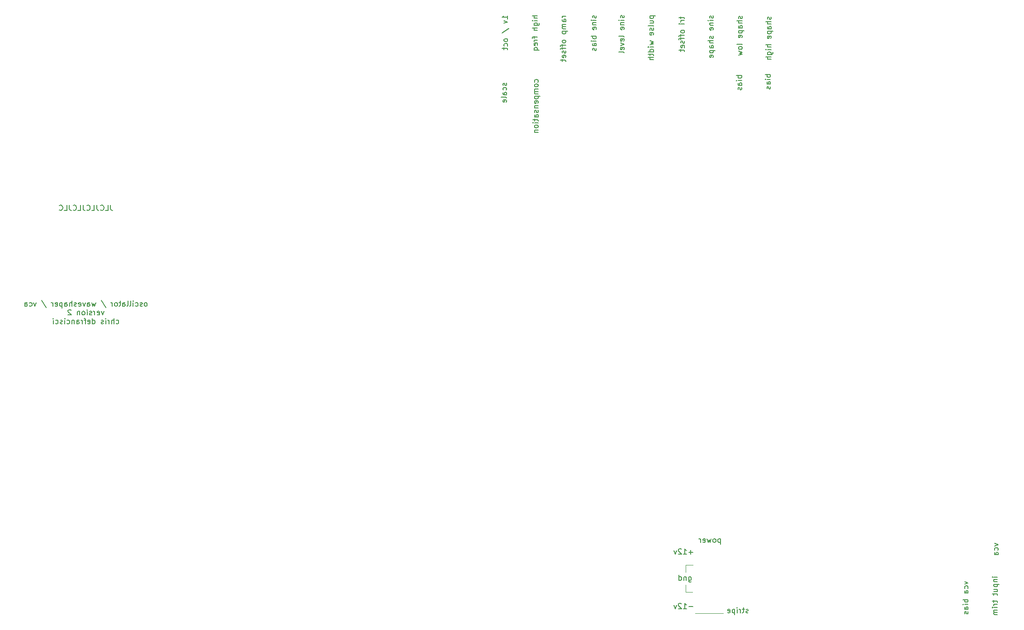
<source format=gbr>
%TF.GenerationSoftware,KiCad,Pcbnew,(5.1.7-0-10_14)*%
%TF.CreationDate,2021-04-20T14:35:29-04:00*%
%TF.ProjectId,Oscillator,4f736369-6c6c-4617-946f-722e6b696361,rev?*%
%TF.SameCoordinates,Original*%
%TF.FileFunction,Legend,Bot*%
%TF.FilePolarity,Positive*%
%FSLAX46Y46*%
G04 Gerber Fmt 4.6, Leading zero omitted, Abs format (unit mm)*
G04 Created by KiCad (PCBNEW (5.1.7-0-10_14)) date 2021-04-20 14:35:29*
%MOMM*%
%LPD*%
G01*
G04 APERTURE LIST*
%ADD10C,0.150000*%
%ADD11C,0.120000*%
G04 APERTURE END LIST*
D10*
X104135714Y-84952380D02*
X104230952Y-84904761D01*
X104278571Y-84857142D01*
X104326190Y-84761904D01*
X104326190Y-84476190D01*
X104278571Y-84380952D01*
X104230952Y-84333333D01*
X104135714Y-84285714D01*
X103992857Y-84285714D01*
X103897619Y-84333333D01*
X103850000Y-84380952D01*
X103802380Y-84476190D01*
X103802380Y-84761904D01*
X103850000Y-84857142D01*
X103897619Y-84904761D01*
X103992857Y-84952380D01*
X104135714Y-84952380D01*
X103421428Y-84904761D02*
X103326190Y-84952380D01*
X103135714Y-84952380D01*
X103040476Y-84904761D01*
X102992857Y-84809523D01*
X102992857Y-84761904D01*
X103040476Y-84666666D01*
X103135714Y-84619047D01*
X103278571Y-84619047D01*
X103373809Y-84571428D01*
X103421428Y-84476190D01*
X103421428Y-84428571D01*
X103373809Y-84333333D01*
X103278571Y-84285714D01*
X103135714Y-84285714D01*
X103040476Y-84333333D01*
X102135714Y-84904761D02*
X102230952Y-84952380D01*
X102421428Y-84952380D01*
X102516666Y-84904761D01*
X102564285Y-84857142D01*
X102611904Y-84761904D01*
X102611904Y-84476190D01*
X102564285Y-84380952D01*
X102516666Y-84333333D01*
X102421428Y-84285714D01*
X102230952Y-84285714D01*
X102135714Y-84333333D01*
X101707142Y-84952380D02*
X101707142Y-84285714D01*
X101707142Y-83952380D02*
X101754761Y-84000000D01*
X101707142Y-84047619D01*
X101659523Y-84000000D01*
X101707142Y-83952380D01*
X101707142Y-84047619D01*
X101088095Y-84952380D02*
X101183333Y-84904761D01*
X101230952Y-84809523D01*
X101230952Y-83952380D01*
X100564285Y-84952380D02*
X100659523Y-84904761D01*
X100707142Y-84809523D01*
X100707142Y-83952380D01*
X99754761Y-84952380D02*
X99754761Y-84428571D01*
X99802380Y-84333333D01*
X99897619Y-84285714D01*
X100088095Y-84285714D01*
X100183333Y-84333333D01*
X99754761Y-84904761D02*
X99850000Y-84952380D01*
X100088095Y-84952380D01*
X100183333Y-84904761D01*
X100230952Y-84809523D01*
X100230952Y-84714285D01*
X100183333Y-84619047D01*
X100088095Y-84571428D01*
X99850000Y-84571428D01*
X99754761Y-84523809D01*
X99421428Y-84285714D02*
X99040476Y-84285714D01*
X99278571Y-83952380D02*
X99278571Y-84809523D01*
X99230952Y-84904761D01*
X99135714Y-84952380D01*
X99040476Y-84952380D01*
X98564285Y-84952380D02*
X98659523Y-84904761D01*
X98707142Y-84857142D01*
X98754761Y-84761904D01*
X98754761Y-84476190D01*
X98707142Y-84380952D01*
X98659523Y-84333333D01*
X98564285Y-84285714D01*
X98421428Y-84285714D01*
X98326190Y-84333333D01*
X98278571Y-84380952D01*
X98230952Y-84476190D01*
X98230952Y-84761904D01*
X98278571Y-84857142D01*
X98326190Y-84904761D01*
X98421428Y-84952380D01*
X98564285Y-84952380D01*
X97802380Y-84952380D02*
X97802380Y-84285714D01*
X97802380Y-84476190D02*
X97754761Y-84380952D01*
X97707142Y-84333333D01*
X97611904Y-84285714D01*
X97516666Y-84285714D01*
X95707142Y-83904761D02*
X96564285Y-85190476D01*
X94707142Y-84285714D02*
X94516666Y-84952380D01*
X94326190Y-84476190D01*
X94135714Y-84952380D01*
X93945238Y-84285714D01*
X93135714Y-84952380D02*
X93135714Y-84428571D01*
X93183333Y-84333333D01*
X93278571Y-84285714D01*
X93469047Y-84285714D01*
X93564285Y-84333333D01*
X93135714Y-84904761D02*
X93230952Y-84952380D01*
X93469047Y-84952380D01*
X93564285Y-84904761D01*
X93611904Y-84809523D01*
X93611904Y-84714285D01*
X93564285Y-84619047D01*
X93469047Y-84571428D01*
X93230952Y-84571428D01*
X93135714Y-84523809D01*
X92754761Y-84285714D02*
X92516666Y-84952380D01*
X92278571Y-84285714D01*
X91516666Y-84904761D02*
X91611904Y-84952380D01*
X91802380Y-84952380D01*
X91897619Y-84904761D01*
X91945238Y-84809523D01*
X91945238Y-84428571D01*
X91897619Y-84333333D01*
X91802380Y-84285714D01*
X91611904Y-84285714D01*
X91516666Y-84333333D01*
X91469047Y-84428571D01*
X91469047Y-84523809D01*
X91945238Y-84619047D01*
X91088095Y-84904761D02*
X90992857Y-84952380D01*
X90802380Y-84952380D01*
X90707142Y-84904761D01*
X90659523Y-84809523D01*
X90659523Y-84761904D01*
X90707142Y-84666666D01*
X90802380Y-84619047D01*
X90945238Y-84619047D01*
X91040476Y-84571428D01*
X91088095Y-84476190D01*
X91088095Y-84428571D01*
X91040476Y-84333333D01*
X90945238Y-84285714D01*
X90802380Y-84285714D01*
X90707142Y-84333333D01*
X90230952Y-84952380D02*
X90230952Y-83952380D01*
X89802380Y-84952380D02*
X89802380Y-84428571D01*
X89850000Y-84333333D01*
X89945238Y-84285714D01*
X90088095Y-84285714D01*
X90183333Y-84333333D01*
X90230952Y-84380952D01*
X88897619Y-84952380D02*
X88897619Y-84428571D01*
X88945238Y-84333333D01*
X89040476Y-84285714D01*
X89230952Y-84285714D01*
X89326190Y-84333333D01*
X88897619Y-84904761D02*
X88992857Y-84952380D01*
X89230952Y-84952380D01*
X89326190Y-84904761D01*
X89373809Y-84809523D01*
X89373809Y-84714285D01*
X89326190Y-84619047D01*
X89230952Y-84571428D01*
X88992857Y-84571428D01*
X88897619Y-84523809D01*
X88421428Y-84285714D02*
X88421428Y-85285714D01*
X88421428Y-84333333D02*
X88326190Y-84285714D01*
X88135714Y-84285714D01*
X88040476Y-84333333D01*
X87992857Y-84380952D01*
X87945238Y-84476190D01*
X87945238Y-84761904D01*
X87992857Y-84857142D01*
X88040476Y-84904761D01*
X88135714Y-84952380D01*
X88326190Y-84952380D01*
X88421428Y-84904761D01*
X87135714Y-84904761D02*
X87230952Y-84952380D01*
X87421428Y-84952380D01*
X87516666Y-84904761D01*
X87564285Y-84809523D01*
X87564285Y-84428571D01*
X87516666Y-84333333D01*
X87421428Y-84285714D01*
X87230952Y-84285714D01*
X87135714Y-84333333D01*
X87088095Y-84428571D01*
X87088095Y-84523809D01*
X87564285Y-84619047D01*
X86659523Y-84952380D02*
X86659523Y-84285714D01*
X86659523Y-84476190D02*
X86611904Y-84380952D01*
X86564285Y-84333333D01*
X86469047Y-84285714D01*
X86373809Y-84285714D01*
X84564285Y-83904761D02*
X85421428Y-85190476D01*
X83564285Y-84285714D02*
X83326190Y-84952380D01*
X83088095Y-84285714D01*
X82278571Y-84904761D02*
X82373809Y-84952380D01*
X82564285Y-84952380D01*
X82659523Y-84904761D01*
X82707142Y-84857142D01*
X82754761Y-84761904D01*
X82754761Y-84476190D01*
X82707142Y-84380952D01*
X82659523Y-84333333D01*
X82564285Y-84285714D01*
X82373809Y-84285714D01*
X82278571Y-84333333D01*
X81421428Y-84952380D02*
X81421428Y-84428571D01*
X81469047Y-84333333D01*
X81564285Y-84285714D01*
X81754761Y-84285714D01*
X81850000Y-84333333D01*
X81421428Y-84904761D02*
X81516666Y-84952380D01*
X81754761Y-84952380D01*
X81850000Y-84904761D01*
X81897619Y-84809523D01*
X81897619Y-84714285D01*
X81850000Y-84619047D01*
X81754761Y-84571428D01*
X81516666Y-84571428D01*
X81421428Y-84523809D01*
X96230952Y-85935714D02*
X95992857Y-86602380D01*
X95754761Y-85935714D01*
X94992857Y-86554761D02*
X95088095Y-86602380D01*
X95278571Y-86602380D01*
X95373809Y-86554761D01*
X95421428Y-86459523D01*
X95421428Y-86078571D01*
X95373809Y-85983333D01*
X95278571Y-85935714D01*
X95088095Y-85935714D01*
X94992857Y-85983333D01*
X94945238Y-86078571D01*
X94945238Y-86173809D01*
X95421428Y-86269047D01*
X94516666Y-86602380D02*
X94516666Y-85935714D01*
X94516666Y-86126190D02*
X94469047Y-86030952D01*
X94421428Y-85983333D01*
X94326190Y-85935714D01*
X94230952Y-85935714D01*
X93945238Y-86554761D02*
X93850000Y-86602380D01*
X93659523Y-86602380D01*
X93564285Y-86554761D01*
X93516666Y-86459523D01*
X93516666Y-86411904D01*
X93564285Y-86316666D01*
X93659523Y-86269047D01*
X93802380Y-86269047D01*
X93897619Y-86221428D01*
X93945238Y-86126190D01*
X93945238Y-86078571D01*
X93897619Y-85983333D01*
X93802380Y-85935714D01*
X93659523Y-85935714D01*
X93564285Y-85983333D01*
X93088095Y-86602380D02*
X93088095Y-85935714D01*
X93088095Y-85602380D02*
X93135714Y-85650000D01*
X93088095Y-85697619D01*
X93040476Y-85650000D01*
X93088095Y-85602380D01*
X93088095Y-85697619D01*
X92469047Y-86602380D02*
X92564285Y-86554761D01*
X92611904Y-86507142D01*
X92659523Y-86411904D01*
X92659523Y-86126190D01*
X92611904Y-86030952D01*
X92564285Y-85983333D01*
X92469047Y-85935714D01*
X92326190Y-85935714D01*
X92230952Y-85983333D01*
X92183333Y-86030952D01*
X92135714Y-86126190D01*
X92135714Y-86411904D01*
X92183333Y-86507142D01*
X92230952Y-86554761D01*
X92326190Y-86602380D01*
X92469047Y-86602380D01*
X91707142Y-85935714D02*
X91707142Y-86602380D01*
X91707142Y-86030952D02*
X91659523Y-85983333D01*
X91564285Y-85935714D01*
X91421428Y-85935714D01*
X91326190Y-85983333D01*
X91278571Y-86078571D01*
X91278571Y-86602380D01*
X90088095Y-85697619D02*
X90040476Y-85650000D01*
X89945238Y-85602380D01*
X89707142Y-85602380D01*
X89611904Y-85650000D01*
X89564285Y-85697619D01*
X89516666Y-85792857D01*
X89516666Y-85888095D01*
X89564285Y-86030952D01*
X90135714Y-86602380D01*
X89516666Y-86602380D01*
X98516666Y-88204761D02*
X98611904Y-88252380D01*
X98802380Y-88252380D01*
X98897619Y-88204761D01*
X98945238Y-88157142D01*
X98992857Y-88061904D01*
X98992857Y-87776190D01*
X98945238Y-87680952D01*
X98897619Y-87633333D01*
X98802380Y-87585714D01*
X98611904Y-87585714D01*
X98516666Y-87633333D01*
X98088095Y-88252380D02*
X98088095Y-87252380D01*
X97659523Y-88252380D02*
X97659523Y-87728571D01*
X97707142Y-87633333D01*
X97802380Y-87585714D01*
X97945238Y-87585714D01*
X98040476Y-87633333D01*
X98088095Y-87680952D01*
X97183333Y-88252380D02*
X97183333Y-87585714D01*
X97183333Y-87776190D02*
X97135714Y-87680952D01*
X97088095Y-87633333D01*
X96992857Y-87585714D01*
X96897619Y-87585714D01*
X96564285Y-88252380D02*
X96564285Y-87585714D01*
X96564285Y-87252380D02*
X96611904Y-87300000D01*
X96564285Y-87347619D01*
X96516666Y-87300000D01*
X96564285Y-87252380D01*
X96564285Y-87347619D01*
X96135714Y-88204761D02*
X96040476Y-88252380D01*
X95850000Y-88252380D01*
X95754761Y-88204761D01*
X95707142Y-88109523D01*
X95707142Y-88061904D01*
X95754761Y-87966666D01*
X95850000Y-87919047D01*
X95992857Y-87919047D01*
X96088095Y-87871428D01*
X96135714Y-87776190D01*
X96135714Y-87728571D01*
X96088095Y-87633333D01*
X95992857Y-87585714D01*
X95850000Y-87585714D01*
X95754761Y-87633333D01*
X94088095Y-88252380D02*
X94088095Y-87252380D01*
X94088095Y-88204761D02*
X94183333Y-88252380D01*
X94373809Y-88252380D01*
X94469047Y-88204761D01*
X94516666Y-88157142D01*
X94564285Y-88061904D01*
X94564285Y-87776190D01*
X94516666Y-87680952D01*
X94469047Y-87633333D01*
X94373809Y-87585714D01*
X94183333Y-87585714D01*
X94088095Y-87633333D01*
X93230952Y-88204761D02*
X93326190Y-88252380D01*
X93516666Y-88252380D01*
X93611904Y-88204761D01*
X93659523Y-88109523D01*
X93659523Y-87728571D01*
X93611904Y-87633333D01*
X93516666Y-87585714D01*
X93326190Y-87585714D01*
X93230952Y-87633333D01*
X93183333Y-87728571D01*
X93183333Y-87823809D01*
X93659523Y-87919047D01*
X92897619Y-87585714D02*
X92516666Y-87585714D01*
X92754761Y-88252380D02*
X92754761Y-87395238D01*
X92707142Y-87300000D01*
X92611904Y-87252380D01*
X92516666Y-87252380D01*
X92183333Y-88252380D02*
X92183333Y-87585714D01*
X92183333Y-87776190D02*
X92135714Y-87680952D01*
X92088095Y-87633333D01*
X91992857Y-87585714D01*
X91897619Y-87585714D01*
X91135714Y-88252380D02*
X91135714Y-87728571D01*
X91183333Y-87633333D01*
X91278571Y-87585714D01*
X91469047Y-87585714D01*
X91564285Y-87633333D01*
X91135714Y-88204761D02*
X91230952Y-88252380D01*
X91469047Y-88252380D01*
X91564285Y-88204761D01*
X91611904Y-88109523D01*
X91611904Y-88014285D01*
X91564285Y-87919047D01*
X91469047Y-87871428D01*
X91230952Y-87871428D01*
X91135714Y-87823809D01*
X90659523Y-87585714D02*
X90659523Y-88252380D01*
X90659523Y-87680952D02*
X90611904Y-87633333D01*
X90516666Y-87585714D01*
X90373809Y-87585714D01*
X90278571Y-87633333D01*
X90230952Y-87728571D01*
X90230952Y-88252380D01*
X89326190Y-88204761D02*
X89421428Y-88252380D01*
X89611904Y-88252380D01*
X89707142Y-88204761D01*
X89754761Y-88157142D01*
X89802380Y-88061904D01*
X89802380Y-87776190D01*
X89754761Y-87680952D01*
X89707142Y-87633333D01*
X89611904Y-87585714D01*
X89421428Y-87585714D01*
X89326190Y-87633333D01*
X88897619Y-88252380D02*
X88897619Y-87585714D01*
X88897619Y-87252380D02*
X88945238Y-87300000D01*
X88897619Y-87347619D01*
X88850000Y-87300000D01*
X88897619Y-87252380D01*
X88897619Y-87347619D01*
X88469047Y-88204761D02*
X88373809Y-88252380D01*
X88183333Y-88252380D01*
X88088095Y-88204761D01*
X88040476Y-88109523D01*
X88040476Y-88061904D01*
X88088095Y-87966666D01*
X88183333Y-87919047D01*
X88326190Y-87919047D01*
X88421428Y-87871428D01*
X88469047Y-87776190D01*
X88469047Y-87728571D01*
X88421428Y-87633333D01*
X88326190Y-87585714D01*
X88183333Y-87585714D01*
X88088095Y-87633333D01*
X87183333Y-88204761D02*
X87278571Y-88252380D01*
X87469047Y-88252380D01*
X87564285Y-88204761D01*
X87611904Y-88157142D01*
X87659523Y-88061904D01*
X87659523Y-87776190D01*
X87611904Y-87680952D01*
X87564285Y-87633333D01*
X87469047Y-87585714D01*
X87278571Y-87585714D01*
X87183333Y-87633333D01*
X86754761Y-88252380D02*
X86754761Y-87585714D01*
X86754761Y-87252380D02*
X86802380Y-87300000D01*
X86754761Y-87347619D01*
X86707142Y-87300000D01*
X86754761Y-87252380D01*
X86754761Y-87347619D01*
X97469047Y-66002380D02*
X97469047Y-66716666D01*
X97516666Y-66859523D01*
X97611904Y-66954761D01*
X97754761Y-67002380D01*
X97850000Y-67002380D01*
X96516666Y-67002380D02*
X96992857Y-67002380D01*
X96992857Y-66002380D01*
X95611904Y-66907142D02*
X95659523Y-66954761D01*
X95802380Y-67002380D01*
X95897619Y-67002380D01*
X96040476Y-66954761D01*
X96135714Y-66859523D01*
X96183333Y-66764285D01*
X96230952Y-66573809D01*
X96230952Y-66430952D01*
X96183333Y-66240476D01*
X96135714Y-66145238D01*
X96040476Y-66050000D01*
X95897619Y-66002380D01*
X95802380Y-66002380D01*
X95659523Y-66050000D01*
X95611904Y-66097619D01*
X94897619Y-66002380D02*
X94897619Y-66716666D01*
X94945238Y-66859523D01*
X95040476Y-66954761D01*
X95183333Y-67002380D01*
X95278571Y-67002380D01*
X93945238Y-67002380D02*
X94421428Y-67002380D01*
X94421428Y-66002380D01*
X93040476Y-66907142D02*
X93088095Y-66954761D01*
X93230952Y-67002380D01*
X93326190Y-67002380D01*
X93469047Y-66954761D01*
X93564285Y-66859523D01*
X93611904Y-66764285D01*
X93659523Y-66573809D01*
X93659523Y-66430952D01*
X93611904Y-66240476D01*
X93564285Y-66145238D01*
X93469047Y-66050000D01*
X93326190Y-66002380D01*
X93230952Y-66002380D01*
X93088095Y-66050000D01*
X93040476Y-66097619D01*
X92326190Y-66002380D02*
X92326190Y-66716666D01*
X92373809Y-66859523D01*
X92469047Y-66954761D01*
X92611904Y-67002380D01*
X92707142Y-67002380D01*
X91373809Y-67002380D02*
X91850000Y-67002380D01*
X91850000Y-66002380D01*
X90469047Y-66907142D02*
X90516666Y-66954761D01*
X90659523Y-67002380D01*
X90754761Y-67002380D01*
X90897619Y-66954761D01*
X90992857Y-66859523D01*
X91040476Y-66764285D01*
X91088095Y-66573809D01*
X91088095Y-66430952D01*
X91040476Y-66240476D01*
X90992857Y-66145238D01*
X90897619Y-66050000D01*
X90754761Y-66002380D01*
X90659523Y-66002380D01*
X90516666Y-66050000D01*
X90469047Y-66097619D01*
X89754761Y-66002380D02*
X89754761Y-66716666D01*
X89802380Y-66859523D01*
X89897619Y-66954761D01*
X90040476Y-67002380D01*
X90135714Y-67002380D01*
X88802380Y-67002380D02*
X89278571Y-67002380D01*
X89278571Y-66002380D01*
X87897619Y-66907142D02*
X87945238Y-66954761D01*
X88088095Y-67002380D01*
X88183333Y-67002380D01*
X88326190Y-66954761D01*
X88421428Y-66859523D01*
X88469047Y-66764285D01*
X88516666Y-66573809D01*
X88516666Y-66430952D01*
X88469047Y-66240476D01*
X88421428Y-66145238D01*
X88326190Y-66050000D01*
X88183333Y-66002380D01*
X88088095Y-66002380D01*
X87945238Y-66050000D01*
X87897619Y-66097619D01*
X262935714Y-129430952D02*
X263602380Y-129669047D01*
X262935714Y-129907142D01*
X263554761Y-130716666D02*
X263602380Y-130621428D01*
X263602380Y-130430952D01*
X263554761Y-130335714D01*
X263507142Y-130288095D01*
X263411904Y-130240476D01*
X263126190Y-130240476D01*
X263030952Y-130288095D01*
X262983333Y-130335714D01*
X262935714Y-130430952D01*
X262935714Y-130621428D01*
X262983333Y-130716666D01*
X263602380Y-131573809D02*
X263078571Y-131573809D01*
X262983333Y-131526190D01*
X262935714Y-131430952D01*
X262935714Y-131240476D01*
X262983333Y-131145238D01*
X263554761Y-131573809D02*
X263602380Y-131478571D01*
X263602380Y-131240476D01*
X263554761Y-131145238D01*
X263459523Y-131097619D01*
X263364285Y-131097619D01*
X263269047Y-131145238D01*
X263221428Y-131240476D01*
X263221428Y-131478571D01*
X263173809Y-131573809D01*
X263502380Y-135726190D02*
X262835714Y-135726190D01*
X262502380Y-135726190D02*
X262550000Y-135678571D01*
X262597619Y-135726190D01*
X262550000Y-135773809D01*
X262502380Y-135726190D01*
X262597619Y-135726190D01*
X262835714Y-136202380D02*
X263502380Y-136202380D01*
X262930952Y-136202380D02*
X262883333Y-136250000D01*
X262835714Y-136345238D01*
X262835714Y-136488095D01*
X262883333Y-136583333D01*
X262978571Y-136630952D01*
X263502380Y-136630952D01*
X262835714Y-137107142D02*
X263835714Y-137107142D01*
X262883333Y-137107142D02*
X262835714Y-137202380D01*
X262835714Y-137392857D01*
X262883333Y-137488095D01*
X262930952Y-137535714D01*
X263026190Y-137583333D01*
X263311904Y-137583333D01*
X263407142Y-137535714D01*
X263454761Y-137488095D01*
X263502380Y-137392857D01*
X263502380Y-137202380D01*
X263454761Y-137107142D01*
X262835714Y-138440476D02*
X263502380Y-138440476D01*
X262835714Y-138011904D02*
X263359523Y-138011904D01*
X263454761Y-138059523D01*
X263502380Y-138154761D01*
X263502380Y-138297619D01*
X263454761Y-138392857D01*
X263407142Y-138440476D01*
X262835714Y-138773809D02*
X262835714Y-139154761D01*
X262502380Y-138916666D02*
X263359523Y-138916666D01*
X263454761Y-138964285D01*
X263502380Y-139059523D01*
X263502380Y-139154761D01*
X262835714Y-140107142D02*
X262835714Y-140488095D01*
X262502380Y-140250000D02*
X263359523Y-140250000D01*
X263454761Y-140297619D01*
X263502380Y-140392857D01*
X263502380Y-140488095D01*
X263502380Y-140821428D02*
X262835714Y-140821428D01*
X263026190Y-140821428D02*
X262930952Y-140869047D01*
X262883333Y-140916666D01*
X262835714Y-141011904D01*
X262835714Y-141107142D01*
X263502380Y-141440476D02*
X262835714Y-141440476D01*
X262502380Y-141440476D02*
X262550000Y-141392857D01*
X262597619Y-141440476D01*
X262550000Y-141488095D01*
X262502380Y-141440476D01*
X262597619Y-141440476D01*
X263502380Y-141916666D02*
X262835714Y-141916666D01*
X262930952Y-141916666D02*
X262883333Y-141964285D01*
X262835714Y-142059523D01*
X262835714Y-142202380D01*
X262883333Y-142297619D01*
X262978571Y-142345238D01*
X263502380Y-142345238D01*
X262978571Y-142345238D02*
X262883333Y-142392857D01*
X262835714Y-142488095D01*
X262835714Y-142630952D01*
X262883333Y-142726190D01*
X262978571Y-142773809D01*
X263502380Y-142773809D01*
X257335714Y-136602380D02*
X258002380Y-136840476D01*
X257335714Y-137078571D01*
X257954761Y-137888095D02*
X258002380Y-137792857D01*
X258002380Y-137602380D01*
X257954761Y-137507142D01*
X257907142Y-137459523D01*
X257811904Y-137411904D01*
X257526190Y-137411904D01*
X257430952Y-137459523D01*
X257383333Y-137507142D01*
X257335714Y-137602380D01*
X257335714Y-137792857D01*
X257383333Y-137888095D01*
X258002380Y-138745238D02*
X257478571Y-138745238D01*
X257383333Y-138697619D01*
X257335714Y-138602380D01*
X257335714Y-138411904D01*
X257383333Y-138316666D01*
X257954761Y-138745238D02*
X258002380Y-138650000D01*
X258002380Y-138411904D01*
X257954761Y-138316666D01*
X257859523Y-138269047D01*
X257764285Y-138269047D01*
X257669047Y-138316666D01*
X257621428Y-138411904D01*
X257621428Y-138650000D01*
X257573809Y-138745238D01*
X258002380Y-139983333D02*
X257002380Y-139983333D01*
X257383333Y-139983333D02*
X257335714Y-140078571D01*
X257335714Y-140269047D01*
X257383333Y-140364285D01*
X257430952Y-140411904D01*
X257526190Y-140459523D01*
X257811904Y-140459523D01*
X257907142Y-140411904D01*
X257954761Y-140364285D01*
X258002380Y-140269047D01*
X258002380Y-140078571D01*
X257954761Y-139983333D01*
X258002380Y-140888095D02*
X257335714Y-140888095D01*
X257002380Y-140888095D02*
X257050000Y-140840476D01*
X257097619Y-140888095D01*
X257050000Y-140935714D01*
X257002380Y-140888095D01*
X257097619Y-140888095D01*
X258002380Y-141792857D02*
X257478571Y-141792857D01*
X257383333Y-141745238D01*
X257335714Y-141650000D01*
X257335714Y-141459523D01*
X257383333Y-141364285D01*
X257954761Y-141792857D02*
X258002380Y-141697619D01*
X258002380Y-141459523D01*
X257954761Y-141364285D01*
X257859523Y-141316666D01*
X257764285Y-141316666D01*
X257669047Y-141364285D01*
X257621428Y-141459523D01*
X257621428Y-141697619D01*
X257573809Y-141792857D01*
X257954761Y-142221428D02*
X258002380Y-142316666D01*
X258002380Y-142507142D01*
X257954761Y-142602380D01*
X257859523Y-142650000D01*
X257811904Y-142650000D01*
X257716666Y-142602380D01*
X257669047Y-142507142D01*
X257669047Y-142364285D01*
X257621428Y-142269047D01*
X257526190Y-142221428D01*
X257478571Y-142221428D01*
X257383333Y-142269047D01*
X257335714Y-142364285D01*
X257335714Y-142507142D01*
X257383333Y-142602380D01*
X171554761Y-43164285D02*
X171602380Y-43259523D01*
X171602380Y-43450000D01*
X171554761Y-43545238D01*
X171459523Y-43592857D01*
X171411904Y-43592857D01*
X171316666Y-43545238D01*
X171269047Y-43450000D01*
X171269047Y-43307142D01*
X171221428Y-43211904D01*
X171126190Y-43164285D01*
X171078571Y-43164285D01*
X170983333Y-43211904D01*
X170935714Y-43307142D01*
X170935714Y-43450000D01*
X170983333Y-43545238D01*
X171554761Y-44450000D02*
X171602380Y-44354761D01*
X171602380Y-44164285D01*
X171554761Y-44069047D01*
X171507142Y-44021428D01*
X171411904Y-43973809D01*
X171126190Y-43973809D01*
X171030952Y-44021428D01*
X170983333Y-44069047D01*
X170935714Y-44164285D01*
X170935714Y-44354761D01*
X170983333Y-44450000D01*
X171602380Y-45307142D02*
X171078571Y-45307142D01*
X170983333Y-45259523D01*
X170935714Y-45164285D01*
X170935714Y-44973809D01*
X170983333Y-44878571D01*
X171554761Y-45307142D02*
X171602380Y-45211904D01*
X171602380Y-44973809D01*
X171554761Y-44878571D01*
X171459523Y-44830952D01*
X171364285Y-44830952D01*
X171269047Y-44878571D01*
X171221428Y-44973809D01*
X171221428Y-45211904D01*
X171173809Y-45307142D01*
X171602380Y-45926190D02*
X171554761Y-45830952D01*
X171459523Y-45783333D01*
X170602380Y-45783333D01*
X171554761Y-46688095D02*
X171602380Y-46592857D01*
X171602380Y-46402380D01*
X171554761Y-46307142D01*
X171459523Y-46259523D01*
X171078571Y-46259523D01*
X170983333Y-46307142D01*
X170935714Y-46402380D01*
X170935714Y-46592857D01*
X170983333Y-46688095D01*
X171078571Y-46735714D01*
X171173809Y-46735714D01*
X171269047Y-46259523D01*
X171802380Y-31102380D02*
X171802380Y-30530952D01*
X171802380Y-30816666D02*
X170802380Y-30816666D01*
X170945238Y-30721428D01*
X171040476Y-30626190D01*
X171088095Y-30530952D01*
X171135714Y-31435714D02*
X171802380Y-31673809D01*
X171135714Y-31911904D01*
X170754761Y-33769047D02*
X172040476Y-32911904D01*
X171802380Y-35007142D02*
X171754761Y-34911904D01*
X171707142Y-34864285D01*
X171611904Y-34816666D01*
X171326190Y-34816666D01*
X171230952Y-34864285D01*
X171183333Y-34911904D01*
X171135714Y-35007142D01*
X171135714Y-35150000D01*
X171183333Y-35245238D01*
X171230952Y-35292857D01*
X171326190Y-35340476D01*
X171611904Y-35340476D01*
X171707142Y-35292857D01*
X171754761Y-35245238D01*
X171802380Y-35150000D01*
X171802380Y-35007142D01*
X171754761Y-36197619D02*
X171802380Y-36102380D01*
X171802380Y-35911904D01*
X171754761Y-35816666D01*
X171707142Y-35769047D01*
X171611904Y-35721428D01*
X171326190Y-35721428D01*
X171230952Y-35769047D01*
X171183333Y-35816666D01*
X171135714Y-35911904D01*
X171135714Y-36102380D01*
X171183333Y-36197619D01*
X171135714Y-36483333D02*
X171135714Y-36864285D01*
X170802380Y-36626190D02*
X171659523Y-36626190D01*
X171754761Y-36673809D01*
X171802380Y-36769047D01*
X171802380Y-36864285D01*
X177454761Y-42950000D02*
X177502380Y-42854761D01*
X177502380Y-42664285D01*
X177454761Y-42569047D01*
X177407142Y-42521428D01*
X177311904Y-42473809D01*
X177026190Y-42473809D01*
X176930952Y-42521428D01*
X176883333Y-42569047D01*
X176835714Y-42664285D01*
X176835714Y-42854761D01*
X176883333Y-42950000D01*
X177502380Y-43521428D02*
X177454761Y-43426190D01*
X177407142Y-43378571D01*
X177311904Y-43330952D01*
X177026190Y-43330952D01*
X176930952Y-43378571D01*
X176883333Y-43426190D01*
X176835714Y-43521428D01*
X176835714Y-43664285D01*
X176883333Y-43759523D01*
X176930952Y-43807142D01*
X177026190Y-43854761D01*
X177311904Y-43854761D01*
X177407142Y-43807142D01*
X177454761Y-43759523D01*
X177502380Y-43664285D01*
X177502380Y-43521428D01*
X177502380Y-44283333D02*
X176835714Y-44283333D01*
X176930952Y-44283333D02*
X176883333Y-44330952D01*
X176835714Y-44426190D01*
X176835714Y-44569047D01*
X176883333Y-44664285D01*
X176978571Y-44711904D01*
X177502380Y-44711904D01*
X176978571Y-44711904D02*
X176883333Y-44759523D01*
X176835714Y-44854761D01*
X176835714Y-44997619D01*
X176883333Y-45092857D01*
X176978571Y-45140476D01*
X177502380Y-45140476D01*
X176835714Y-45616666D02*
X177835714Y-45616666D01*
X176883333Y-45616666D02*
X176835714Y-45711904D01*
X176835714Y-45902380D01*
X176883333Y-45997619D01*
X176930952Y-46045238D01*
X177026190Y-46092857D01*
X177311904Y-46092857D01*
X177407142Y-46045238D01*
X177454761Y-45997619D01*
X177502380Y-45902380D01*
X177502380Y-45711904D01*
X177454761Y-45616666D01*
X177454761Y-46902380D02*
X177502380Y-46807142D01*
X177502380Y-46616666D01*
X177454761Y-46521428D01*
X177359523Y-46473809D01*
X176978571Y-46473809D01*
X176883333Y-46521428D01*
X176835714Y-46616666D01*
X176835714Y-46807142D01*
X176883333Y-46902380D01*
X176978571Y-46950000D01*
X177073809Y-46950000D01*
X177169047Y-46473809D01*
X176835714Y-47378571D02*
X177502380Y-47378571D01*
X176930952Y-47378571D02*
X176883333Y-47426190D01*
X176835714Y-47521428D01*
X176835714Y-47664285D01*
X176883333Y-47759523D01*
X176978571Y-47807142D01*
X177502380Y-47807142D01*
X177454761Y-48235714D02*
X177502380Y-48330952D01*
X177502380Y-48521428D01*
X177454761Y-48616666D01*
X177359523Y-48664285D01*
X177311904Y-48664285D01*
X177216666Y-48616666D01*
X177169047Y-48521428D01*
X177169047Y-48378571D01*
X177121428Y-48283333D01*
X177026190Y-48235714D01*
X176978571Y-48235714D01*
X176883333Y-48283333D01*
X176835714Y-48378571D01*
X176835714Y-48521428D01*
X176883333Y-48616666D01*
X177502380Y-49521428D02*
X176978571Y-49521428D01*
X176883333Y-49473809D01*
X176835714Y-49378571D01*
X176835714Y-49188095D01*
X176883333Y-49092857D01*
X177454761Y-49521428D02*
X177502380Y-49426190D01*
X177502380Y-49188095D01*
X177454761Y-49092857D01*
X177359523Y-49045238D01*
X177264285Y-49045238D01*
X177169047Y-49092857D01*
X177121428Y-49188095D01*
X177121428Y-49426190D01*
X177073809Y-49521428D01*
X176835714Y-49854761D02*
X176835714Y-50235714D01*
X176502380Y-49997619D02*
X177359523Y-49997619D01*
X177454761Y-50045238D01*
X177502380Y-50140476D01*
X177502380Y-50235714D01*
X177502380Y-50569047D02*
X176835714Y-50569047D01*
X176502380Y-50569047D02*
X176550000Y-50521428D01*
X176597619Y-50569047D01*
X176550000Y-50616666D01*
X176502380Y-50569047D01*
X176597619Y-50569047D01*
X177502380Y-51188095D02*
X177454761Y-51092857D01*
X177407142Y-51045238D01*
X177311904Y-50997619D01*
X177026190Y-50997619D01*
X176930952Y-51045238D01*
X176883333Y-51092857D01*
X176835714Y-51188095D01*
X176835714Y-51330952D01*
X176883333Y-51426190D01*
X176930952Y-51473809D01*
X177026190Y-51521428D01*
X177311904Y-51521428D01*
X177407142Y-51473809D01*
X177454761Y-51426190D01*
X177502380Y-51330952D01*
X177502380Y-51188095D01*
X176835714Y-51950000D02*
X177502380Y-51950000D01*
X176930952Y-51950000D02*
X176883333Y-51997619D01*
X176835714Y-52092857D01*
X176835714Y-52235714D01*
X176883333Y-52330952D01*
X176978571Y-52378571D01*
X177502380Y-52378571D01*
X177402380Y-30535714D02*
X176402380Y-30535714D01*
X177402380Y-30964285D02*
X176878571Y-30964285D01*
X176783333Y-30916666D01*
X176735714Y-30821428D01*
X176735714Y-30678571D01*
X176783333Y-30583333D01*
X176830952Y-30535714D01*
X177402380Y-31440476D02*
X176735714Y-31440476D01*
X176402380Y-31440476D02*
X176450000Y-31392857D01*
X176497619Y-31440476D01*
X176450000Y-31488095D01*
X176402380Y-31440476D01*
X176497619Y-31440476D01*
X176735714Y-32345238D02*
X177545238Y-32345238D01*
X177640476Y-32297619D01*
X177688095Y-32250000D01*
X177735714Y-32154761D01*
X177735714Y-32011904D01*
X177688095Y-31916666D01*
X177354761Y-32345238D02*
X177402380Y-32250000D01*
X177402380Y-32059523D01*
X177354761Y-31964285D01*
X177307142Y-31916666D01*
X177211904Y-31869047D01*
X176926190Y-31869047D01*
X176830952Y-31916666D01*
X176783333Y-31964285D01*
X176735714Y-32059523D01*
X176735714Y-32250000D01*
X176783333Y-32345238D01*
X177402380Y-32821428D02*
X176402380Y-32821428D01*
X177402380Y-33250000D02*
X176878571Y-33250000D01*
X176783333Y-33202380D01*
X176735714Y-33107142D01*
X176735714Y-32964285D01*
X176783333Y-32869047D01*
X176830952Y-32821428D01*
X176735714Y-34345238D02*
X176735714Y-34726190D01*
X177402380Y-34488095D02*
X176545238Y-34488095D01*
X176450000Y-34535714D01*
X176402380Y-34630952D01*
X176402380Y-34726190D01*
X177402380Y-35059523D02*
X176735714Y-35059523D01*
X176926190Y-35059523D02*
X176830952Y-35107142D01*
X176783333Y-35154761D01*
X176735714Y-35250000D01*
X176735714Y-35345238D01*
X177354761Y-36059523D02*
X177402380Y-35964285D01*
X177402380Y-35773809D01*
X177354761Y-35678571D01*
X177259523Y-35630952D01*
X176878571Y-35630952D01*
X176783333Y-35678571D01*
X176735714Y-35773809D01*
X176735714Y-35964285D01*
X176783333Y-36059523D01*
X176878571Y-36107142D01*
X176973809Y-36107142D01*
X177069047Y-35630952D01*
X176735714Y-36964285D02*
X177735714Y-36964285D01*
X177354761Y-36964285D02*
X177402380Y-36869047D01*
X177402380Y-36678571D01*
X177354761Y-36583333D01*
X177307142Y-36535714D01*
X177211904Y-36488095D01*
X176926190Y-36488095D01*
X176830952Y-36535714D01*
X176783333Y-36583333D01*
X176735714Y-36678571D01*
X176735714Y-36869047D01*
X176783333Y-36964285D01*
X182702380Y-30583333D02*
X182035714Y-30583333D01*
X182226190Y-30583333D02*
X182130952Y-30630952D01*
X182083333Y-30678571D01*
X182035714Y-30773809D01*
X182035714Y-30869047D01*
X182702380Y-31630952D02*
X182178571Y-31630952D01*
X182083333Y-31583333D01*
X182035714Y-31488095D01*
X182035714Y-31297619D01*
X182083333Y-31202380D01*
X182654761Y-31630952D02*
X182702380Y-31535714D01*
X182702380Y-31297619D01*
X182654761Y-31202380D01*
X182559523Y-31154761D01*
X182464285Y-31154761D01*
X182369047Y-31202380D01*
X182321428Y-31297619D01*
X182321428Y-31535714D01*
X182273809Y-31630952D01*
X182702380Y-32107142D02*
X182035714Y-32107142D01*
X182130952Y-32107142D02*
X182083333Y-32154761D01*
X182035714Y-32250000D01*
X182035714Y-32392857D01*
X182083333Y-32488095D01*
X182178571Y-32535714D01*
X182702380Y-32535714D01*
X182178571Y-32535714D02*
X182083333Y-32583333D01*
X182035714Y-32678571D01*
X182035714Y-32821428D01*
X182083333Y-32916666D01*
X182178571Y-32964285D01*
X182702380Y-32964285D01*
X182035714Y-33440476D02*
X183035714Y-33440476D01*
X182083333Y-33440476D02*
X182035714Y-33535714D01*
X182035714Y-33726190D01*
X182083333Y-33821428D01*
X182130952Y-33869047D01*
X182226190Y-33916666D01*
X182511904Y-33916666D01*
X182607142Y-33869047D01*
X182654761Y-33821428D01*
X182702380Y-33726190D01*
X182702380Y-33535714D01*
X182654761Y-33440476D01*
X182702380Y-35250000D02*
X182654761Y-35154761D01*
X182607142Y-35107142D01*
X182511904Y-35059523D01*
X182226190Y-35059523D01*
X182130952Y-35107142D01*
X182083333Y-35154761D01*
X182035714Y-35250000D01*
X182035714Y-35392857D01*
X182083333Y-35488095D01*
X182130952Y-35535714D01*
X182226190Y-35583333D01*
X182511904Y-35583333D01*
X182607142Y-35535714D01*
X182654761Y-35488095D01*
X182702380Y-35392857D01*
X182702380Y-35250000D01*
X182035714Y-35869047D02*
X182035714Y-36250000D01*
X182702380Y-36011904D02*
X181845238Y-36011904D01*
X181750000Y-36059523D01*
X181702380Y-36154761D01*
X181702380Y-36250000D01*
X182035714Y-36440476D02*
X182035714Y-36821428D01*
X182702380Y-36583333D02*
X181845238Y-36583333D01*
X181750000Y-36630952D01*
X181702380Y-36726190D01*
X181702380Y-36821428D01*
X182654761Y-37107142D02*
X182702380Y-37202380D01*
X182702380Y-37392857D01*
X182654761Y-37488095D01*
X182559523Y-37535714D01*
X182511904Y-37535714D01*
X182416666Y-37488095D01*
X182369047Y-37392857D01*
X182369047Y-37250000D01*
X182321428Y-37154761D01*
X182226190Y-37107142D01*
X182178571Y-37107142D01*
X182083333Y-37154761D01*
X182035714Y-37250000D01*
X182035714Y-37392857D01*
X182083333Y-37488095D01*
X182654761Y-38345238D02*
X182702380Y-38250000D01*
X182702380Y-38059523D01*
X182654761Y-37964285D01*
X182559523Y-37916666D01*
X182178571Y-37916666D01*
X182083333Y-37964285D01*
X182035714Y-38059523D01*
X182035714Y-38250000D01*
X182083333Y-38345238D01*
X182178571Y-38392857D01*
X182273809Y-38392857D01*
X182369047Y-37916666D01*
X182035714Y-38678571D02*
X182035714Y-39059523D01*
X181702380Y-38821428D02*
X182559523Y-38821428D01*
X182654761Y-38869047D01*
X182702380Y-38964285D01*
X182702380Y-39059523D01*
X204235714Y-30688095D02*
X204235714Y-31069047D01*
X203902380Y-30830952D02*
X204759523Y-30830952D01*
X204854761Y-30878571D01*
X204902380Y-30973809D01*
X204902380Y-31069047D01*
X204902380Y-31402380D02*
X204235714Y-31402380D01*
X204426190Y-31402380D02*
X204330952Y-31450000D01*
X204283333Y-31497619D01*
X204235714Y-31592857D01*
X204235714Y-31688095D01*
X204902380Y-32021428D02*
X204235714Y-32021428D01*
X203902380Y-32021428D02*
X203950000Y-31973809D01*
X203997619Y-32021428D01*
X203950000Y-32069047D01*
X203902380Y-32021428D01*
X203997619Y-32021428D01*
X204902380Y-33402380D02*
X204854761Y-33307142D01*
X204807142Y-33259523D01*
X204711904Y-33211904D01*
X204426190Y-33211904D01*
X204330952Y-33259523D01*
X204283333Y-33307142D01*
X204235714Y-33402380D01*
X204235714Y-33545238D01*
X204283333Y-33640476D01*
X204330952Y-33688095D01*
X204426190Y-33735714D01*
X204711904Y-33735714D01*
X204807142Y-33688095D01*
X204854761Y-33640476D01*
X204902380Y-33545238D01*
X204902380Y-33402380D01*
X204235714Y-34021428D02*
X204235714Y-34402380D01*
X204902380Y-34164285D02*
X204045238Y-34164285D01*
X203950000Y-34211904D01*
X203902380Y-34307142D01*
X203902380Y-34402380D01*
X204235714Y-34592857D02*
X204235714Y-34973809D01*
X204902380Y-34735714D02*
X204045238Y-34735714D01*
X203950000Y-34783333D01*
X203902380Y-34878571D01*
X203902380Y-34973809D01*
X204854761Y-35259523D02*
X204902380Y-35354761D01*
X204902380Y-35545238D01*
X204854761Y-35640476D01*
X204759523Y-35688095D01*
X204711904Y-35688095D01*
X204616666Y-35640476D01*
X204569047Y-35545238D01*
X204569047Y-35402380D01*
X204521428Y-35307142D01*
X204426190Y-35259523D01*
X204378571Y-35259523D01*
X204283333Y-35307142D01*
X204235714Y-35402380D01*
X204235714Y-35545238D01*
X204283333Y-35640476D01*
X204854761Y-36497619D02*
X204902380Y-36402380D01*
X204902380Y-36211904D01*
X204854761Y-36116666D01*
X204759523Y-36069047D01*
X204378571Y-36069047D01*
X204283333Y-36116666D01*
X204235714Y-36211904D01*
X204235714Y-36402380D01*
X204283333Y-36497619D01*
X204378571Y-36545238D01*
X204473809Y-36545238D01*
X204569047Y-36069047D01*
X204235714Y-36830952D02*
X204235714Y-37211904D01*
X203902380Y-36973809D02*
X204759523Y-36973809D01*
X204854761Y-37021428D01*
X204902380Y-37116666D01*
X204902380Y-37211904D01*
X215602380Y-41740476D02*
X214602380Y-41740476D01*
X214983333Y-41740476D02*
X214935714Y-41835714D01*
X214935714Y-42026190D01*
X214983333Y-42121428D01*
X215030952Y-42169047D01*
X215126190Y-42216666D01*
X215411904Y-42216666D01*
X215507142Y-42169047D01*
X215554761Y-42121428D01*
X215602380Y-42026190D01*
X215602380Y-41835714D01*
X215554761Y-41740476D01*
X215602380Y-42645238D02*
X214935714Y-42645238D01*
X214602380Y-42645238D02*
X214650000Y-42597619D01*
X214697619Y-42645238D01*
X214650000Y-42692857D01*
X214602380Y-42645238D01*
X214697619Y-42645238D01*
X215602380Y-43550000D02*
X215078571Y-43550000D01*
X214983333Y-43502380D01*
X214935714Y-43407142D01*
X214935714Y-43216666D01*
X214983333Y-43121428D01*
X215554761Y-43550000D02*
X215602380Y-43454761D01*
X215602380Y-43216666D01*
X215554761Y-43121428D01*
X215459523Y-43073809D01*
X215364285Y-43073809D01*
X215269047Y-43121428D01*
X215221428Y-43216666D01*
X215221428Y-43454761D01*
X215173809Y-43550000D01*
X215554761Y-43978571D02*
X215602380Y-44073809D01*
X215602380Y-44264285D01*
X215554761Y-44359523D01*
X215459523Y-44407142D01*
X215411904Y-44407142D01*
X215316666Y-44359523D01*
X215269047Y-44264285D01*
X215269047Y-44121428D01*
X215221428Y-44026190D01*
X215126190Y-43978571D01*
X215078571Y-43978571D01*
X214983333Y-44026190D01*
X214935714Y-44121428D01*
X214935714Y-44264285D01*
X214983333Y-44359523D01*
X215654761Y-30630952D02*
X215702380Y-30726190D01*
X215702380Y-30916666D01*
X215654761Y-31011904D01*
X215559523Y-31059523D01*
X215511904Y-31059523D01*
X215416666Y-31011904D01*
X215369047Y-30916666D01*
X215369047Y-30773809D01*
X215321428Y-30678571D01*
X215226190Y-30630952D01*
X215178571Y-30630952D01*
X215083333Y-30678571D01*
X215035714Y-30773809D01*
X215035714Y-30916666D01*
X215083333Y-31011904D01*
X215702380Y-31488095D02*
X214702380Y-31488095D01*
X215702380Y-31916666D02*
X215178571Y-31916666D01*
X215083333Y-31869047D01*
X215035714Y-31773809D01*
X215035714Y-31630952D01*
X215083333Y-31535714D01*
X215130952Y-31488095D01*
X215702380Y-32821428D02*
X215178571Y-32821428D01*
X215083333Y-32773809D01*
X215035714Y-32678571D01*
X215035714Y-32488095D01*
X215083333Y-32392857D01*
X215654761Y-32821428D02*
X215702380Y-32726190D01*
X215702380Y-32488095D01*
X215654761Y-32392857D01*
X215559523Y-32345238D01*
X215464285Y-32345238D01*
X215369047Y-32392857D01*
X215321428Y-32488095D01*
X215321428Y-32726190D01*
X215273809Y-32821428D01*
X215035714Y-33297619D02*
X216035714Y-33297619D01*
X215083333Y-33297619D02*
X215035714Y-33392857D01*
X215035714Y-33583333D01*
X215083333Y-33678571D01*
X215130952Y-33726190D01*
X215226190Y-33773809D01*
X215511904Y-33773809D01*
X215607142Y-33726190D01*
X215654761Y-33678571D01*
X215702380Y-33583333D01*
X215702380Y-33392857D01*
X215654761Y-33297619D01*
X215654761Y-34583333D02*
X215702380Y-34488095D01*
X215702380Y-34297619D01*
X215654761Y-34202380D01*
X215559523Y-34154761D01*
X215178571Y-34154761D01*
X215083333Y-34202380D01*
X215035714Y-34297619D01*
X215035714Y-34488095D01*
X215083333Y-34583333D01*
X215178571Y-34630952D01*
X215273809Y-34630952D01*
X215369047Y-34154761D01*
X215702380Y-35964285D02*
X215654761Y-35869047D01*
X215559523Y-35821428D01*
X214702380Y-35821428D01*
X215702380Y-36488095D02*
X215654761Y-36392857D01*
X215607142Y-36345238D01*
X215511904Y-36297619D01*
X215226190Y-36297619D01*
X215130952Y-36345238D01*
X215083333Y-36392857D01*
X215035714Y-36488095D01*
X215035714Y-36630952D01*
X215083333Y-36726190D01*
X215130952Y-36773809D01*
X215226190Y-36821428D01*
X215511904Y-36821428D01*
X215607142Y-36773809D01*
X215654761Y-36726190D01*
X215702380Y-36630952D01*
X215702380Y-36488095D01*
X215035714Y-37154761D02*
X215702380Y-37345238D01*
X215226190Y-37535714D01*
X215702380Y-37726190D01*
X215035714Y-37916666D01*
X221002380Y-41540476D02*
X220002380Y-41540476D01*
X220383333Y-41540476D02*
X220335714Y-41635714D01*
X220335714Y-41826190D01*
X220383333Y-41921428D01*
X220430952Y-41969047D01*
X220526190Y-42016666D01*
X220811904Y-42016666D01*
X220907142Y-41969047D01*
X220954761Y-41921428D01*
X221002380Y-41826190D01*
X221002380Y-41635714D01*
X220954761Y-41540476D01*
X221002380Y-42445238D02*
X220335714Y-42445238D01*
X220002380Y-42445238D02*
X220050000Y-42397619D01*
X220097619Y-42445238D01*
X220050000Y-42492857D01*
X220002380Y-42445238D01*
X220097619Y-42445238D01*
X221002380Y-43350000D02*
X220478571Y-43350000D01*
X220383333Y-43302380D01*
X220335714Y-43207142D01*
X220335714Y-43016666D01*
X220383333Y-42921428D01*
X220954761Y-43350000D02*
X221002380Y-43254761D01*
X221002380Y-43016666D01*
X220954761Y-42921428D01*
X220859523Y-42873809D01*
X220764285Y-42873809D01*
X220669047Y-42921428D01*
X220621428Y-43016666D01*
X220621428Y-43254761D01*
X220573809Y-43350000D01*
X220954761Y-43778571D02*
X221002380Y-43873809D01*
X221002380Y-44064285D01*
X220954761Y-44159523D01*
X220859523Y-44207142D01*
X220811904Y-44207142D01*
X220716666Y-44159523D01*
X220669047Y-44064285D01*
X220669047Y-43921428D01*
X220621428Y-43826190D01*
X220526190Y-43778571D01*
X220478571Y-43778571D01*
X220383333Y-43826190D01*
X220335714Y-43921428D01*
X220335714Y-44064285D01*
X220383333Y-44159523D01*
X221054761Y-30773809D02*
X221102380Y-30869047D01*
X221102380Y-31059523D01*
X221054761Y-31154761D01*
X220959523Y-31202380D01*
X220911904Y-31202380D01*
X220816666Y-31154761D01*
X220769047Y-31059523D01*
X220769047Y-30916666D01*
X220721428Y-30821428D01*
X220626190Y-30773809D01*
X220578571Y-30773809D01*
X220483333Y-30821428D01*
X220435714Y-30916666D01*
X220435714Y-31059523D01*
X220483333Y-31154761D01*
X221102380Y-31630952D02*
X220102380Y-31630952D01*
X221102380Y-32059523D02*
X220578571Y-32059523D01*
X220483333Y-32011904D01*
X220435714Y-31916666D01*
X220435714Y-31773809D01*
X220483333Y-31678571D01*
X220530952Y-31630952D01*
X221102380Y-32964285D02*
X220578571Y-32964285D01*
X220483333Y-32916666D01*
X220435714Y-32821428D01*
X220435714Y-32630952D01*
X220483333Y-32535714D01*
X221054761Y-32964285D02*
X221102380Y-32869047D01*
X221102380Y-32630952D01*
X221054761Y-32535714D01*
X220959523Y-32488095D01*
X220864285Y-32488095D01*
X220769047Y-32535714D01*
X220721428Y-32630952D01*
X220721428Y-32869047D01*
X220673809Y-32964285D01*
X220435714Y-33440476D02*
X221435714Y-33440476D01*
X220483333Y-33440476D02*
X220435714Y-33535714D01*
X220435714Y-33726190D01*
X220483333Y-33821428D01*
X220530952Y-33869047D01*
X220626190Y-33916666D01*
X220911904Y-33916666D01*
X221007142Y-33869047D01*
X221054761Y-33821428D01*
X221102380Y-33726190D01*
X221102380Y-33535714D01*
X221054761Y-33440476D01*
X221054761Y-34726190D02*
X221102380Y-34630952D01*
X221102380Y-34440476D01*
X221054761Y-34345238D01*
X220959523Y-34297619D01*
X220578571Y-34297619D01*
X220483333Y-34345238D01*
X220435714Y-34440476D01*
X220435714Y-34630952D01*
X220483333Y-34726190D01*
X220578571Y-34773809D01*
X220673809Y-34773809D01*
X220769047Y-34297619D01*
X221102380Y-35964285D02*
X220102380Y-35964285D01*
X221102380Y-36392857D02*
X220578571Y-36392857D01*
X220483333Y-36345238D01*
X220435714Y-36250000D01*
X220435714Y-36107142D01*
X220483333Y-36011904D01*
X220530952Y-35964285D01*
X221102380Y-36869047D02*
X220435714Y-36869047D01*
X220102380Y-36869047D02*
X220150000Y-36821428D01*
X220197619Y-36869047D01*
X220150000Y-36916666D01*
X220102380Y-36869047D01*
X220197619Y-36869047D01*
X220435714Y-37773809D02*
X221245238Y-37773809D01*
X221340476Y-37726190D01*
X221388095Y-37678571D01*
X221435714Y-37583333D01*
X221435714Y-37440476D01*
X221388095Y-37345238D01*
X221054761Y-37773809D02*
X221102380Y-37678571D01*
X221102380Y-37488095D01*
X221054761Y-37392857D01*
X221007142Y-37345238D01*
X220911904Y-37297619D01*
X220626190Y-37297619D01*
X220530952Y-37345238D01*
X220483333Y-37392857D01*
X220435714Y-37488095D01*
X220435714Y-37678571D01*
X220483333Y-37773809D01*
X221102380Y-38250000D02*
X220102380Y-38250000D01*
X221102380Y-38678571D02*
X220578571Y-38678571D01*
X220483333Y-38630952D01*
X220435714Y-38535714D01*
X220435714Y-38392857D01*
X220483333Y-38297619D01*
X220530952Y-38250000D01*
X198435714Y-30554761D02*
X199435714Y-30554761D01*
X198483333Y-30554761D02*
X198435714Y-30650000D01*
X198435714Y-30840476D01*
X198483333Y-30935714D01*
X198530952Y-30983333D01*
X198626190Y-31030952D01*
X198911904Y-31030952D01*
X199007142Y-30983333D01*
X199054761Y-30935714D01*
X199102380Y-30840476D01*
X199102380Y-30650000D01*
X199054761Y-30554761D01*
X198435714Y-31888095D02*
X199102380Y-31888095D01*
X198435714Y-31459523D02*
X198959523Y-31459523D01*
X199054761Y-31507142D01*
X199102380Y-31602380D01*
X199102380Y-31745238D01*
X199054761Y-31840476D01*
X199007142Y-31888095D01*
X199102380Y-32507142D02*
X199054761Y-32411904D01*
X198959523Y-32364285D01*
X198102380Y-32364285D01*
X199054761Y-32840476D02*
X199102380Y-32935714D01*
X199102380Y-33126190D01*
X199054761Y-33221428D01*
X198959523Y-33269047D01*
X198911904Y-33269047D01*
X198816666Y-33221428D01*
X198769047Y-33126190D01*
X198769047Y-32983333D01*
X198721428Y-32888095D01*
X198626190Y-32840476D01*
X198578571Y-32840476D01*
X198483333Y-32888095D01*
X198435714Y-32983333D01*
X198435714Y-33126190D01*
X198483333Y-33221428D01*
X199054761Y-34078571D02*
X199102380Y-33983333D01*
X199102380Y-33792857D01*
X199054761Y-33697619D01*
X198959523Y-33650000D01*
X198578571Y-33650000D01*
X198483333Y-33697619D01*
X198435714Y-33792857D01*
X198435714Y-33983333D01*
X198483333Y-34078571D01*
X198578571Y-34126190D01*
X198673809Y-34126190D01*
X198769047Y-33650000D01*
X198435714Y-35221428D02*
X199102380Y-35411904D01*
X198626190Y-35602380D01*
X199102380Y-35792857D01*
X198435714Y-35983333D01*
X199102380Y-36364285D02*
X198435714Y-36364285D01*
X198102380Y-36364285D02*
X198150000Y-36316666D01*
X198197619Y-36364285D01*
X198150000Y-36411904D01*
X198102380Y-36364285D01*
X198197619Y-36364285D01*
X199102380Y-37269047D02*
X198102380Y-37269047D01*
X199054761Y-37269047D02*
X199102380Y-37173809D01*
X199102380Y-36983333D01*
X199054761Y-36888095D01*
X199007142Y-36840476D01*
X198911904Y-36792857D01*
X198626190Y-36792857D01*
X198530952Y-36840476D01*
X198483333Y-36888095D01*
X198435714Y-36983333D01*
X198435714Y-37173809D01*
X198483333Y-37269047D01*
X198435714Y-37602380D02*
X198435714Y-37983333D01*
X198102380Y-37745238D02*
X198959523Y-37745238D01*
X199054761Y-37792857D01*
X199102380Y-37888095D01*
X199102380Y-37983333D01*
X199102380Y-38316666D02*
X198102380Y-38316666D01*
X199102380Y-38745238D02*
X198578571Y-38745238D01*
X198483333Y-38697619D01*
X198435714Y-38602380D01*
X198435714Y-38459523D01*
X198483333Y-38364285D01*
X198530952Y-38316666D01*
X193554761Y-30473809D02*
X193602380Y-30569047D01*
X193602380Y-30759523D01*
X193554761Y-30854761D01*
X193459523Y-30902380D01*
X193411904Y-30902380D01*
X193316666Y-30854761D01*
X193269047Y-30759523D01*
X193269047Y-30616666D01*
X193221428Y-30521428D01*
X193126190Y-30473809D01*
X193078571Y-30473809D01*
X192983333Y-30521428D01*
X192935714Y-30616666D01*
X192935714Y-30759523D01*
X192983333Y-30854761D01*
X193602380Y-31330952D02*
X192935714Y-31330952D01*
X192602380Y-31330952D02*
X192650000Y-31283333D01*
X192697619Y-31330952D01*
X192650000Y-31378571D01*
X192602380Y-31330952D01*
X192697619Y-31330952D01*
X192935714Y-31807142D02*
X193602380Y-31807142D01*
X193030952Y-31807142D02*
X192983333Y-31854761D01*
X192935714Y-31950000D01*
X192935714Y-32092857D01*
X192983333Y-32188095D01*
X193078571Y-32235714D01*
X193602380Y-32235714D01*
X193554761Y-33092857D02*
X193602380Y-32997619D01*
X193602380Y-32807142D01*
X193554761Y-32711904D01*
X193459523Y-32664285D01*
X193078571Y-32664285D01*
X192983333Y-32711904D01*
X192935714Y-32807142D01*
X192935714Y-32997619D01*
X192983333Y-33092857D01*
X193078571Y-33140476D01*
X193173809Y-33140476D01*
X193269047Y-32664285D01*
X193602380Y-34473809D02*
X193554761Y-34378571D01*
X193459523Y-34330952D01*
X192602380Y-34330952D01*
X193554761Y-35235714D02*
X193602380Y-35140476D01*
X193602380Y-34950000D01*
X193554761Y-34854761D01*
X193459523Y-34807142D01*
X193078571Y-34807142D01*
X192983333Y-34854761D01*
X192935714Y-34950000D01*
X192935714Y-35140476D01*
X192983333Y-35235714D01*
X193078571Y-35283333D01*
X193173809Y-35283333D01*
X193269047Y-34807142D01*
X192935714Y-35616666D02*
X193602380Y-35854761D01*
X192935714Y-36092857D01*
X193554761Y-36854761D02*
X193602380Y-36759523D01*
X193602380Y-36569047D01*
X193554761Y-36473809D01*
X193459523Y-36426190D01*
X193078571Y-36426190D01*
X192983333Y-36473809D01*
X192935714Y-36569047D01*
X192935714Y-36759523D01*
X192983333Y-36854761D01*
X193078571Y-36902380D01*
X193173809Y-36902380D01*
X193269047Y-36426190D01*
X193602380Y-37473809D02*
X193554761Y-37378571D01*
X193459523Y-37330952D01*
X192602380Y-37330952D01*
X210254761Y-30545238D02*
X210302380Y-30640476D01*
X210302380Y-30830952D01*
X210254761Y-30926190D01*
X210159523Y-30973809D01*
X210111904Y-30973809D01*
X210016666Y-30926190D01*
X209969047Y-30830952D01*
X209969047Y-30688095D01*
X209921428Y-30592857D01*
X209826190Y-30545238D01*
X209778571Y-30545238D01*
X209683333Y-30592857D01*
X209635714Y-30688095D01*
X209635714Y-30830952D01*
X209683333Y-30926190D01*
X210302380Y-31402380D02*
X209635714Y-31402380D01*
X209302380Y-31402380D02*
X209350000Y-31354761D01*
X209397619Y-31402380D01*
X209350000Y-31450000D01*
X209302380Y-31402380D01*
X209397619Y-31402380D01*
X209635714Y-31878571D02*
X210302380Y-31878571D01*
X209730952Y-31878571D02*
X209683333Y-31926190D01*
X209635714Y-32021428D01*
X209635714Y-32164285D01*
X209683333Y-32259523D01*
X209778571Y-32307142D01*
X210302380Y-32307142D01*
X210254761Y-33164285D02*
X210302380Y-33069047D01*
X210302380Y-32878571D01*
X210254761Y-32783333D01*
X210159523Y-32735714D01*
X209778571Y-32735714D01*
X209683333Y-32783333D01*
X209635714Y-32878571D01*
X209635714Y-33069047D01*
X209683333Y-33164285D01*
X209778571Y-33211904D01*
X209873809Y-33211904D01*
X209969047Y-32735714D01*
X210254761Y-34354761D02*
X210302380Y-34450000D01*
X210302380Y-34640476D01*
X210254761Y-34735714D01*
X210159523Y-34783333D01*
X210111904Y-34783333D01*
X210016666Y-34735714D01*
X209969047Y-34640476D01*
X209969047Y-34497619D01*
X209921428Y-34402380D01*
X209826190Y-34354761D01*
X209778571Y-34354761D01*
X209683333Y-34402380D01*
X209635714Y-34497619D01*
X209635714Y-34640476D01*
X209683333Y-34735714D01*
X210302380Y-35211904D02*
X209302380Y-35211904D01*
X210302380Y-35640476D02*
X209778571Y-35640476D01*
X209683333Y-35592857D01*
X209635714Y-35497619D01*
X209635714Y-35354761D01*
X209683333Y-35259523D01*
X209730952Y-35211904D01*
X210302380Y-36545238D02*
X209778571Y-36545238D01*
X209683333Y-36497619D01*
X209635714Y-36402380D01*
X209635714Y-36211904D01*
X209683333Y-36116666D01*
X210254761Y-36545238D02*
X210302380Y-36450000D01*
X210302380Y-36211904D01*
X210254761Y-36116666D01*
X210159523Y-36069047D01*
X210064285Y-36069047D01*
X209969047Y-36116666D01*
X209921428Y-36211904D01*
X209921428Y-36450000D01*
X209873809Y-36545238D01*
X209635714Y-37021428D02*
X210635714Y-37021428D01*
X209683333Y-37021428D02*
X209635714Y-37116666D01*
X209635714Y-37307142D01*
X209683333Y-37402380D01*
X209730952Y-37450000D01*
X209826190Y-37497619D01*
X210111904Y-37497619D01*
X210207142Y-37450000D01*
X210254761Y-37402380D01*
X210302380Y-37307142D01*
X210302380Y-37116666D01*
X210254761Y-37021428D01*
X210254761Y-38307142D02*
X210302380Y-38211904D01*
X210302380Y-38021428D01*
X210254761Y-37926190D01*
X210159523Y-37878571D01*
X209778571Y-37878571D01*
X209683333Y-37926190D01*
X209635714Y-38021428D01*
X209635714Y-38211904D01*
X209683333Y-38307142D01*
X209778571Y-38354761D01*
X209873809Y-38354761D01*
X209969047Y-37878571D01*
X188354761Y-30488095D02*
X188402380Y-30583333D01*
X188402380Y-30773809D01*
X188354761Y-30869047D01*
X188259523Y-30916666D01*
X188211904Y-30916666D01*
X188116666Y-30869047D01*
X188069047Y-30773809D01*
X188069047Y-30630952D01*
X188021428Y-30535714D01*
X187926190Y-30488095D01*
X187878571Y-30488095D01*
X187783333Y-30535714D01*
X187735714Y-30630952D01*
X187735714Y-30773809D01*
X187783333Y-30869047D01*
X188402380Y-31345238D02*
X187735714Y-31345238D01*
X187402380Y-31345238D02*
X187450000Y-31297619D01*
X187497619Y-31345238D01*
X187450000Y-31392857D01*
X187402380Y-31345238D01*
X187497619Y-31345238D01*
X187735714Y-31821428D02*
X188402380Y-31821428D01*
X187830952Y-31821428D02*
X187783333Y-31869047D01*
X187735714Y-31964285D01*
X187735714Y-32107142D01*
X187783333Y-32202380D01*
X187878571Y-32250000D01*
X188402380Y-32250000D01*
X188354761Y-33107142D02*
X188402380Y-33011904D01*
X188402380Y-32821428D01*
X188354761Y-32726190D01*
X188259523Y-32678571D01*
X187878571Y-32678571D01*
X187783333Y-32726190D01*
X187735714Y-32821428D01*
X187735714Y-33011904D01*
X187783333Y-33107142D01*
X187878571Y-33154761D01*
X187973809Y-33154761D01*
X188069047Y-32678571D01*
X188402380Y-34345238D02*
X187402380Y-34345238D01*
X187783333Y-34345238D02*
X187735714Y-34440476D01*
X187735714Y-34630952D01*
X187783333Y-34726190D01*
X187830952Y-34773809D01*
X187926190Y-34821428D01*
X188211904Y-34821428D01*
X188307142Y-34773809D01*
X188354761Y-34726190D01*
X188402380Y-34630952D01*
X188402380Y-34440476D01*
X188354761Y-34345238D01*
X188402380Y-35250000D02*
X187735714Y-35250000D01*
X187402380Y-35250000D02*
X187450000Y-35202380D01*
X187497619Y-35250000D01*
X187450000Y-35297619D01*
X187402380Y-35250000D01*
X187497619Y-35250000D01*
X188402380Y-36154761D02*
X187878571Y-36154761D01*
X187783333Y-36107142D01*
X187735714Y-36011904D01*
X187735714Y-35821428D01*
X187783333Y-35726190D01*
X188354761Y-36154761D02*
X188402380Y-36059523D01*
X188402380Y-35821428D01*
X188354761Y-35726190D01*
X188259523Y-35678571D01*
X188164285Y-35678571D01*
X188069047Y-35726190D01*
X188021428Y-35821428D01*
X188021428Y-36059523D01*
X187973809Y-36154761D01*
X188354761Y-36583333D02*
X188402380Y-36678571D01*
X188402380Y-36869047D01*
X188354761Y-36964285D01*
X188259523Y-37011904D01*
X188211904Y-37011904D01*
X188116666Y-36964285D01*
X188069047Y-36869047D01*
X188069047Y-36726190D01*
X188021428Y-36630952D01*
X187926190Y-36583333D01*
X187878571Y-36583333D01*
X187783333Y-36630952D01*
X187735714Y-36726190D01*
X187735714Y-36869047D01*
X187783333Y-36964285D01*
D11*
X205100000Y-138600000D02*
X206400000Y-138600000D01*
X205100000Y-137200000D02*
X205100000Y-138600000D01*
X205100000Y-133500000D02*
X205100000Y-134800000D01*
X206500000Y-133500000D02*
X205100000Y-133500000D01*
D10*
X205690476Y-135685714D02*
X205690476Y-136495238D01*
X205738095Y-136590476D01*
X205785714Y-136638095D01*
X205880952Y-136685714D01*
X206023809Y-136685714D01*
X206119047Y-136638095D01*
X205690476Y-136304761D02*
X205785714Y-136352380D01*
X205976190Y-136352380D01*
X206071428Y-136304761D01*
X206119047Y-136257142D01*
X206166666Y-136161904D01*
X206166666Y-135876190D01*
X206119047Y-135780952D01*
X206071428Y-135733333D01*
X205976190Y-135685714D01*
X205785714Y-135685714D01*
X205690476Y-135733333D01*
X205214285Y-135685714D02*
X205214285Y-136352380D01*
X205214285Y-135780952D02*
X205166666Y-135733333D01*
X205071428Y-135685714D01*
X204928571Y-135685714D01*
X204833333Y-135733333D01*
X204785714Y-135828571D01*
X204785714Y-136352380D01*
X203880952Y-136352380D02*
X203880952Y-135352380D01*
X203880952Y-136304761D02*
X203976190Y-136352380D01*
X204166666Y-136352380D01*
X204261904Y-136304761D01*
X204309523Y-136257142D01*
X204357142Y-136161904D01*
X204357142Y-135876190D01*
X204309523Y-135780952D01*
X204261904Y-135733333D01*
X204166666Y-135685714D01*
X203976190Y-135685714D01*
X203880952Y-135733333D01*
X206464285Y-141271428D02*
X205702380Y-141271428D01*
X204702380Y-141652380D02*
X205273809Y-141652380D01*
X204988095Y-141652380D02*
X204988095Y-140652380D01*
X205083333Y-140795238D01*
X205178571Y-140890476D01*
X205273809Y-140938095D01*
X204321428Y-140747619D02*
X204273809Y-140700000D01*
X204178571Y-140652380D01*
X203940476Y-140652380D01*
X203845238Y-140700000D01*
X203797619Y-140747619D01*
X203750000Y-140842857D01*
X203750000Y-140938095D01*
X203797619Y-141080952D01*
X204369047Y-141652380D01*
X203750000Y-141652380D01*
X203416666Y-140985714D02*
X203178571Y-141652380D01*
X202940476Y-140985714D01*
X206464285Y-131071428D02*
X205702380Y-131071428D01*
X206083333Y-131452380D02*
X206083333Y-130690476D01*
X204702380Y-131452380D02*
X205273809Y-131452380D01*
X204988095Y-131452380D02*
X204988095Y-130452380D01*
X205083333Y-130595238D01*
X205178571Y-130690476D01*
X205273809Y-130738095D01*
X204321428Y-130547619D02*
X204273809Y-130500000D01*
X204178571Y-130452380D01*
X203940476Y-130452380D01*
X203845238Y-130500000D01*
X203797619Y-130547619D01*
X203750000Y-130642857D01*
X203750000Y-130738095D01*
X203797619Y-130880952D01*
X204369047Y-131452380D01*
X203750000Y-131452380D01*
X203416666Y-130785714D02*
X203178571Y-131452380D01*
X202940476Y-130785714D01*
X216828571Y-142404761D02*
X216733333Y-142452380D01*
X216542857Y-142452380D01*
X216447619Y-142404761D01*
X216400000Y-142309523D01*
X216400000Y-142261904D01*
X216447619Y-142166666D01*
X216542857Y-142119047D01*
X216685714Y-142119047D01*
X216780952Y-142071428D01*
X216828571Y-141976190D01*
X216828571Y-141928571D01*
X216780952Y-141833333D01*
X216685714Y-141785714D01*
X216542857Y-141785714D01*
X216447619Y-141833333D01*
X216114285Y-141785714D02*
X215733333Y-141785714D01*
X215971428Y-141452380D02*
X215971428Y-142309523D01*
X215923809Y-142404761D01*
X215828571Y-142452380D01*
X215733333Y-142452380D01*
X215400000Y-142452380D02*
X215400000Y-141785714D01*
X215400000Y-141976190D02*
X215352380Y-141880952D01*
X215304761Y-141833333D01*
X215209523Y-141785714D01*
X215114285Y-141785714D01*
X214780952Y-142452380D02*
X214780952Y-141785714D01*
X214780952Y-141452380D02*
X214828571Y-141500000D01*
X214780952Y-141547619D01*
X214733333Y-141500000D01*
X214780952Y-141452380D01*
X214780952Y-141547619D01*
X214304761Y-141785714D02*
X214304761Y-142785714D01*
X214304761Y-141833333D02*
X214209523Y-141785714D01*
X214019047Y-141785714D01*
X213923809Y-141833333D01*
X213876190Y-141880952D01*
X213828571Y-141976190D01*
X213828571Y-142261904D01*
X213876190Y-142357142D01*
X213923809Y-142404761D01*
X214019047Y-142452380D01*
X214209523Y-142452380D01*
X214304761Y-142404761D01*
X213019047Y-142404761D02*
X213114285Y-142452380D01*
X213304761Y-142452380D01*
X213400000Y-142404761D01*
X213447619Y-142309523D01*
X213447619Y-141928571D01*
X213400000Y-141833333D01*
X213304761Y-141785714D01*
X213114285Y-141785714D01*
X213019047Y-141833333D01*
X212971428Y-141928571D01*
X212971428Y-142023809D01*
X213447619Y-142119047D01*
D11*
X206900000Y-142550000D02*
X212200000Y-142550000D01*
D10*
X211628571Y-128585714D02*
X211628571Y-129585714D01*
X211628571Y-128633333D02*
X211533333Y-128585714D01*
X211342857Y-128585714D01*
X211247619Y-128633333D01*
X211200000Y-128680952D01*
X211152380Y-128776190D01*
X211152380Y-129061904D01*
X211200000Y-129157142D01*
X211247619Y-129204761D01*
X211342857Y-129252380D01*
X211533333Y-129252380D01*
X211628571Y-129204761D01*
X210580952Y-129252380D02*
X210676190Y-129204761D01*
X210723809Y-129157142D01*
X210771428Y-129061904D01*
X210771428Y-128776190D01*
X210723809Y-128680952D01*
X210676190Y-128633333D01*
X210580952Y-128585714D01*
X210438095Y-128585714D01*
X210342857Y-128633333D01*
X210295238Y-128680952D01*
X210247619Y-128776190D01*
X210247619Y-129061904D01*
X210295238Y-129157142D01*
X210342857Y-129204761D01*
X210438095Y-129252380D01*
X210580952Y-129252380D01*
X209914285Y-128585714D02*
X209723809Y-129252380D01*
X209533333Y-128776190D01*
X209342857Y-129252380D01*
X209152380Y-128585714D01*
X208390476Y-129204761D02*
X208485714Y-129252380D01*
X208676190Y-129252380D01*
X208771428Y-129204761D01*
X208819047Y-129109523D01*
X208819047Y-128728571D01*
X208771428Y-128633333D01*
X208676190Y-128585714D01*
X208485714Y-128585714D01*
X208390476Y-128633333D01*
X208342857Y-128728571D01*
X208342857Y-128823809D01*
X208819047Y-128919047D01*
X207914285Y-129252380D02*
X207914285Y-128585714D01*
X207914285Y-128776190D02*
X207866666Y-128680952D01*
X207819047Y-128633333D01*
X207723809Y-128585714D01*
X207628571Y-128585714D01*
M02*

</source>
